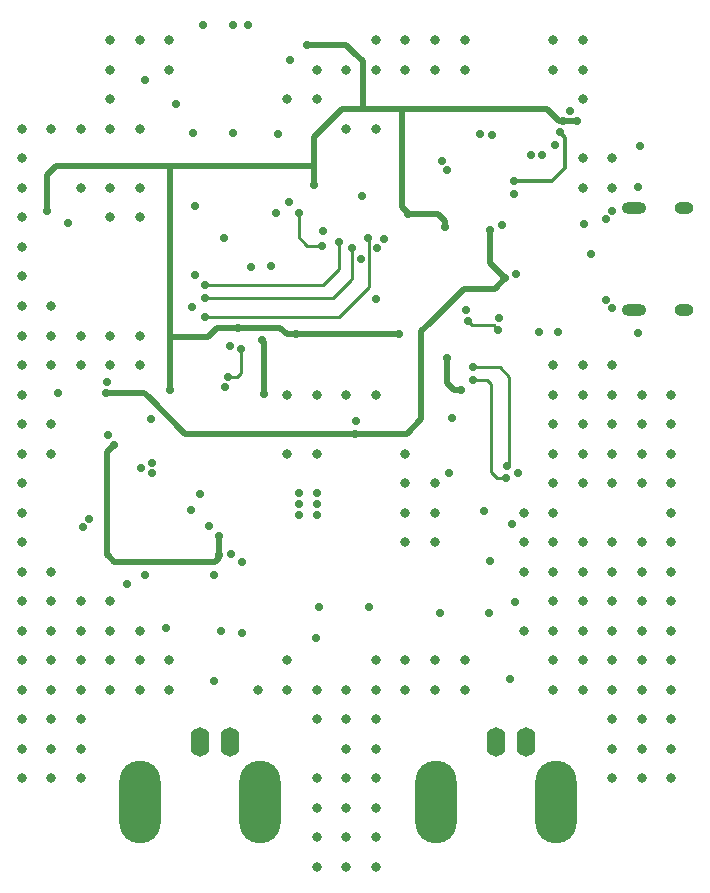
<source format=gbl>
%TF.GenerationSoftware,KiCad,Pcbnew,8.0.4+dfsg-1*%
%TF.CreationDate,2024-08-03T22:50:01-04:00*%
%TF.ProjectId,Mixed-Signal_Demo_PCB,4d697865-642d-4536-9967-6e616c5f4465,rev?*%
%TF.SameCoordinates,Original*%
%TF.FileFunction,Copper,L4,Bot*%
%TF.FilePolarity,Positive*%
%FSLAX46Y46*%
G04 Gerber Fmt 4.6, Leading zero omitted, Abs format (unit mm)*
G04 Created by KiCad (PCBNEW 8.0.4+dfsg-1) date 2024-08-03 22:50:01*
%MOMM*%
%LPD*%
G01*
G04 APERTURE LIST*
%TA.AperFunction,ComponentPad*%
%ADD10O,2.100000X1.000000*%
%TD*%
%TA.AperFunction,ComponentPad*%
%ADD11O,1.600000X1.000000*%
%TD*%
%TA.AperFunction,ComponentPad*%
%ADD12O,1.600000X2.500000*%
%TD*%
%TA.AperFunction,ComponentPad*%
%ADD13O,3.500000X7.000000*%
%TD*%
%TA.AperFunction,ViaPad*%
%ADD14C,0.700000*%
%TD*%
%TA.AperFunction,ViaPad*%
%ADD15C,0.800000*%
%TD*%
%TA.AperFunction,Conductor*%
%ADD16C,0.500000*%
%TD*%
%TA.AperFunction,Conductor*%
%ADD17C,0.300000*%
%TD*%
%TA.AperFunction,Conductor*%
%ADD18C,0.293370*%
%TD*%
G04 APERTURE END LIST*
D10*
%TO.P,J301,S1,SHIELD*%
%TO.N,unconnected-(J301-SHIELD-PadS1)*%
X140369466Y-84874466D03*
D11*
%TO.N,unconnected-(J301-SHIELD-PadS1)_1*%
X144549466Y-84874466D03*
D10*
%TO.N,unconnected-(J301-SHIELD-PadS1)_3*%
X140369466Y-76234466D03*
D11*
%TO.N,unconnected-(J301-SHIELD-PadS1)_2*%
X144549466Y-76234466D03*
%TD*%
D12*
%TO.P,J401,1,In*%
%TO.N,/ADC/IN*%
X103639466Y-121384466D03*
D13*
%TO.P,J401,2,Ext*%
%TO.N,GND*%
X108719466Y-126464466D03*
D12*
X106179466Y-121384466D03*
D13*
X98559466Y-126464466D03*
%TD*%
D12*
%TO.P,J501,1,In*%
%TO.N,/DAC/IN*%
X128639466Y-121384466D03*
D13*
%TO.P,J501,2,Ext*%
%TO.N,GND*%
X133719466Y-126464466D03*
D12*
X131179466Y-121384466D03*
D13*
X123559466Y-126464466D03*
%TD*%
D14*
%TO.N,+3.3VA*%
X105200000Y-103950000D03*
X105200000Y-105550000D03*
X108850000Y-87403315D03*
X96350000Y-96250000D03*
X109000000Y-91950000D03*
D15*
%TO.N,GND*%
X98500000Y-117000000D03*
D14*
X113500000Y-102200000D03*
D15*
X138500000Y-104500000D03*
X143500000Y-94500000D03*
D14*
X113700000Y-110000000D03*
X106150000Y-87850000D03*
X128350000Y-70000000D03*
D15*
X141000000Y-92000000D03*
D14*
X140725000Y-74450000D03*
D15*
X136000000Y-97000000D03*
X143500000Y-102000000D03*
X91000000Y-84500000D03*
X101000000Y-117000000D03*
X136000000Y-114500000D03*
X141000000Y-99500000D03*
D14*
X107950000Y-81160000D03*
D15*
X136000000Y-109500000D03*
D14*
X103160000Y-76050000D03*
D15*
X138500000Y-122000000D03*
X88500000Y-107000000D03*
X116000000Y-69500000D03*
X136000000Y-67000000D03*
X131000000Y-112000000D03*
X113500000Y-117000000D03*
X136000000Y-64500000D03*
D14*
X99470000Y-94090000D03*
D15*
X123500000Y-99500000D03*
X118500000Y-129500000D03*
X88500000Y-99500000D03*
D14*
X128100000Y-110520000D03*
D15*
X123500000Y-104500000D03*
D14*
X111200000Y-63680000D03*
D15*
X133500000Y-104500000D03*
X141000000Y-94500000D03*
D14*
X105750000Y-91400000D03*
D15*
X116000000Y-92000000D03*
X91000000Y-87000000D03*
X101000000Y-64500000D03*
X88500000Y-82000000D03*
X96000000Y-114500000D03*
X121000000Y-117000000D03*
D14*
X106394466Y-69895533D03*
D15*
X133500000Y-89500000D03*
D14*
X104400000Y-103150000D03*
D15*
X141000000Y-107000000D03*
X141000000Y-112000000D03*
X121000000Y-102000000D03*
X91000000Y-69500000D03*
X118500000Y-117000000D03*
D14*
X105420000Y-112020000D03*
D15*
X133500000Y-92000000D03*
X88500000Y-114500000D03*
X143500000Y-122000000D03*
X91000000Y-97000000D03*
X136000000Y-94500000D03*
D14*
X118525000Y-83950000D03*
X94225000Y-102575000D03*
D15*
X141000000Y-117000000D03*
X88500000Y-77000000D03*
X113500000Y-97000000D03*
X121000000Y-62000000D03*
D14*
X95700000Y-90900000D03*
D15*
X113500000Y-64500000D03*
X93500000Y-124500000D03*
D14*
X136125000Y-77525000D03*
D15*
X91000000Y-119500000D03*
X113500000Y-127000000D03*
D14*
X126150000Y-84800000D03*
D15*
X123500000Y-64500000D03*
X138500000Y-112000000D03*
D14*
X137975000Y-77125000D03*
D15*
X96000000Y-67000000D03*
X88500000Y-87000000D03*
X143500000Y-109500000D03*
X138500000Y-117000000D03*
X118500000Y-127000000D03*
D14*
X117329999Y-75200000D03*
X103850000Y-60750000D03*
D15*
X98500000Y-77000000D03*
D14*
X128900000Y-85500000D03*
D15*
X141000000Y-124500000D03*
X96000000Y-89500000D03*
X88500000Y-74500000D03*
D14*
X132550000Y-71750000D03*
D15*
X133500000Y-107000000D03*
X93500000Y-69500000D03*
X116000000Y-64500000D03*
X118500000Y-124500000D03*
X88500000Y-92000000D03*
X143500000Y-104500000D03*
X138500000Y-97000000D03*
X88500000Y-124500000D03*
D14*
X130350000Y-81750000D03*
D15*
X126000000Y-64500000D03*
X123500000Y-102000000D03*
X143500000Y-117000000D03*
D14*
X91550000Y-91850000D03*
X129870000Y-116100000D03*
D15*
X133500000Y-117000000D03*
X88500000Y-109500000D03*
X96000000Y-64500000D03*
D14*
X130150000Y-75000000D03*
D15*
X111000000Y-97000000D03*
D14*
X128180000Y-106050000D03*
X117200000Y-80550000D03*
D15*
X98500000Y-87000000D03*
X118500000Y-62000000D03*
X88500000Y-72000000D03*
D14*
X138000000Y-84000000D03*
D15*
X98500000Y-112000000D03*
X118500000Y-114500000D03*
X116000000Y-122000000D03*
X91000000Y-107000000D03*
X113500000Y-119500000D03*
X141000000Y-122000000D03*
X123500000Y-62000000D03*
X88500000Y-112000000D03*
X93500000Y-87000000D03*
D14*
X110204465Y-69924466D03*
X124930000Y-94020000D03*
D15*
X91000000Y-109500000D03*
X126000000Y-117000000D03*
D14*
X103630000Y-100410000D03*
X133700000Y-70850000D03*
D15*
X91000000Y-112000000D03*
X138500000Y-89500000D03*
X116000000Y-124500000D03*
D14*
X98950000Y-107280000D03*
D15*
X118500000Y-119500000D03*
X136000000Y-99500000D03*
X141000000Y-119500000D03*
X133500000Y-97000000D03*
X133500000Y-114500000D03*
X141000000Y-97000000D03*
X91000000Y-117000000D03*
X93500000Y-74500000D03*
X138500000Y-107000000D03*
D14*
X102850000Y-101750000D03*
D15*
X116000000Y-129500000D03*
X143500000Y-124500000D03*
D14*
X106200000Y-105500000D03*
D15*
X123500000Y-117000000D03*
D14*
X95850000Y-95450000D03*
X124710000Y-98640000D03*
X114025000Y-78175000D03*
D15*
X88500000Y-122000000D03*
D14*
X124500000Y-72950000D03*
X123960000Y-110500000D03*
D15*
X143500000Y-99500000D03*
D14*
X134950000Y-67950000D03*
D15*
X101000000Y-62000000D03*
D14*
X100760534Y-111755534D03*
X138475000Y-76450000D03*
X129150000Y-77650000D03*
D15*
X101000000Y-114500000D03*
X138500000Y-119500000D03*
X88500000Y-84500000D03*
X136000000Y-92000000D03*
X133500000Y-112000000D03*
X136000000Y-117000000D03*
D14*
X136725000Y-80057500D03*
D15*
X123500000Y-114500000D03*
X88500000Y-117000000D03*
X118500000Y-69500000D03*
X88500000Y-104500000D03*
X93500000Y-114500000D03*
D14*
X110000000Y-76600000D03*
D15*
X98500000Y-69500000D03*
X96000000Y-69500000D03*
X96000000Y-62000000D03*
X113500000Y-67000000D03*
X111000000Y-67000000D03*
X88500000Y-102000000D03*
D14*
X117870000Y-109980000D03*
D15*
X88500000Y-94500000D03*
D14*
X113400000Y-112600000D03*
X111100000Y-75700000D03*
X98915534Y-65364465D03*
X140725000Y-86775000D03*
X130250000Y-109550000D03*
X105630000Y-78780000D03*
D15*
X136000000Y-62000000D03*
X143500000Y-114500000D03*
X136000000Y-72000000D03*
D14*
X103200000Y-81900000D03*
D15*
X113500000Y-124500000D03*
D14*
X119150000Y-78800000D03*
X127610000Y-101840000D03*
D15*
X111000000Y-117000000D03*
X88500000Y-97000000D03*
X93500000Y-109500000D03*
D14*
X124100000Y-72200000D03*
D15*
X111000000Y-114500000D03*
X118500000Y-132000000D03*
X96000000Y-109500000D03*
X93500000Y-119500000D03*
X121000000Y-97000000D03*
D14*
X109630000Y-81130000D03*
D15*
X133500000Y-102000000D03*
X133500000Y-62000000D03*
X136000000Y-112000000D03*
D14*
X111950000Y-100300000D03*
X102950000Y-84600000D03*
D15*
X141000000Y-114500000D03*
D14*
X101564466Y-67365535D03*
X107175000Y-106200000D03*
X99500000Y-98610000D03*
D15*
X88500000Y-119500000D03*
D14*
X107685000Y-60745000D03*
D15*
X93500000Y-89500000D03*
X138500000Y-92000000D03*
X113500000Y-132000000D03*
D14*
X111950000Y-102200000D03*
D15*
X116000000Y-117000000D03*
X141000000Y-104500000D03*
X138500000Y-99500000D03*
X96000000Y-112000000D03*
X93500000Y-122000000D03*
X133500000Y-99500000D03*
D14*
X104800000Y-107300000D03*
X106385000Y-60745000D03*
D15*
X121000000Y-104500000D03*
X91000000Y-94500000D03*
X121000000Y-99500000D03*
D14*
X111950000Y-101250000D03*
X104820000Y-116290000D03*
X93700000Y-103250000D03*
D15*
X121000000Y-64500000D03*
X143500000Y-112000000D03*
X131000000Y-104500000D03*
X138500000Y-109500000D03*
D14*
X102974466Y-69894465D03*
D15*
X108500000Y-117000000D03*
X91000000Y-124500000D03*
D14*
X98630000Y-98210000D03*
D15*
X143500000Y-107000000D03*
X133500000Y-64500000D03*
D14*
X127350000Y-69950000D03*
X138475000Y-84650000D03*
D15*
X93500000Y-112000000D03*
X136000000Y-89500000D03*
D14*
X99500000Y-97780000D03*
D15*
X93500000Y-117000000D03*
X98500000Y-89500000D03*
X91000000Y-122000000D03*
X113500000Y-129500000D03*
X96000000Y-77000000D03*
X141000000Y-109500000D03*
X138500000Y-74500000D03*
D14*
X97390534Y-108000534D03*
D15*
X116000000Y-132000000D03*
X133500000Y-94500000D03*
X88500000Y-79500000D03*
X126000000Y-114500000D03*
X126000000Y-62000000D03*
X91000000Y-89500000D03*
D14*
X113500000Y-101250000D03*
D15*
X131000000Y-102000000D03*
X138500000Y-124500000D03*
D14*
X132300000Y-86725000D03*
D15*
X138500000Y-94500000D03*
X113500000Y-92000000D03*
X98500000Y-74500000D03*
X88500000Y-89500000D03*
X91000000Y-114500000D03*
D14*
X131650000Y-71750000D03*
X133950000Y-86725000D03*
D15*
X133500000Y-109500000D03*
X143500000Y-92000000D03*
X143500000Y-119500000D03*
D14*
X140850000Y-70950000D03*
X116850000Y-94250000D03*
D15*
X111000000Y-92000000D03*
X96000000Y-74500000D03*
X118500000Y-122000000D03*
X118500000Y-92000000D03*
X136000000Y-107000000D03*
D14*
X130500000Y-98600000D03*
D15*
X116000000Y-119500000D03*
X98500000Y-114500000D03*
X88500000Y-69500000D03*
D14*
X118600000Y-79550000D03*
X92445534Y-77474466D03*
D15*
X136000000Y-74500000D03*
D14*
X130030000Y-103000000D03*
D15*
X98500000Y-62000000D03*
X121000000Y-114500000D03*
X118500000Y-64500000D03*
X116000000Y-127000000D03*
X143500000Y-97000000D03*
D14*
X113500000Y-100300000D03*
D15*
X138500000Y-72000000D03*
X96000000Y-117000000D03*
D14*
X107150000Y-112150000D03*
D15*
X131000000Y-107000000D03*
X138500000Y-114500000D03*
X96000000Y-87000000D03*
X136000000Y-104500000D03*
D14*
%TO.N,+5V*%
X128150000Y-78100000D03*
X116700000Y-95300000D03*
X129450000Y-82150000D03*
X95650000Y-91850000D03*
%TO.N,+3.3V*%
X112700000Y-62400000D03*
X130150000Y-73950000D03*
X124350000Y-77850000D03*
X111700000Y-86903315D03*
X121250000Y-76700000D03*
X125700000Y-91600000D03*
X124550000Y-88900000D03*
X90650000Y-76500000D03*
X101050000Y-91650000D03*
X135550000Y-68800000D03*
X113250000Y-74250000D03*
X134350000Y-68800000D03*
X106850000Y-86350000D03*
X120450000Y-86900000D03*
X134050000Y-69800000D03*
%TO.N,/MCU/NRST*%
X111950000Y-76600000D03*
X113950000Y-79400000D03*
%TO.N,SPI1_NSS*%
X106000000Y-90500000D03*
X107100000Y-88100000D03*
%TO.N,SPI2_NSS*%
X126250000Y-85750000D03*
X128850000Y-86500000D03*
%TO.N,/MCU/TIM4_CH1*%
X104000000Y-85450000D03*
X117850000Y-78750000D03*
%TO.N,/MCU/TIM4_CH2*%
X116500000Y-79600000D03*
X104000000Y-83800000D03*
%TO.N,/MCU/TIM4_CH3*%
X104000000Y-82750000D03*
X115400000Y-79100000D03*
%TO.N,DAC_NCLR*%
X129550000Y-99050000D03*
X126750000Y-90750000D03*
%TO.N,DAC_NLDAC*%
X129600000Y-98050000D03*
X126750000Y-89700000D03*
%TD*%
D16*
%TO.N,+3.3VA*%
X98050000Y-106150000D02*
X96350000Y-106150000D01*
X95750000Y-97500000D02*
X95750000Y-96850000D01*
X105200000Y-105550000D02*
X105200000Y-103950000D01*
X105200000Y-105550000D02*
X105200000Y-105850000D01*
X109000000Y-91950000D02*
X109000000Y-87553315D01*
X109000000Y-87553315D02*
X108850000Y-87403315D01*
X95900000Y-105700000D02*
X95750000Y-105550000D01*
X95750000Y-96850000D02*
X96350000Y-96250000D01*
X105200000Y-105850000D02*
X104900000Y-106150000D01*
X104900000Y-106150000D02*
X98050000Y-106150000D01*
X96350000Y-106150000D02*
X95900000Y-105700000D01*
X95750000Y-105550000D02*
X95750000Y-97500000D01*
%TO.N,+5V*%
X128550000Y-83050000D02*
X126700000Y-83050000D01*
X126700000Y-83050000D02*
X125950000Y-83050000D01*
X128150000Y-80850000D02*
X129350000Y-82050000D01*
X122350000Y-86650000D02*
X122350000Y-94100000D01*
X122350000Y-94100000D02*
X121150000Y-95300000D01*
X129450000Y-82150000D02*
X128550000Y-83050000D01*
X128150000Y-78100000D02*
X128150000Y-80850000D01*
X99250000Y-92200000D02*
X98900000Y-91850000D01*
X125950000Y-83050000D02*
X123050000Y-85950000D01*
X123050000Y-85950000D02*
X122350000Y-86650000D01*
X115900000Y-95300000D02*
X102350000Y-95300000D01*
X98900000Y-91850000D02*
X95650000Y-91850000D01*
X121150000Y-95300000D02*
X116700000Y-95300000D01*
X102350000Y-95300000D02*
X99250000Y-92200000D01*
X116700000Y-95300000D02*
X115900000Y-95300000D01*
%TO.N,+3.3V*%
X124550000Y-91050000D02*
X125000000Y-91500000D01*
X124100000Y-77050000D02*
X124350000Y-77300000D01*
X121250000Y-76700000D02*
X123300000Y-76700000D01*
X91450000Y-72650000D02*
X90750000Y-73350000D01*
X105050000Y-86350000D02*
X106850000Y-86350000D01*
X133000000Y-67800000D02*
X120700000Y-67800000D01*
X101050000Y-72650000D02*
X91450000Y-72650000D01*
D17*
X134500000Y-72850000D02*
X134500000Y-70250000D01*
D16*
X106850000Y-86350000D02*
X110400000Y-86350000D01*
X116650000Y-63050000D02*
X116000000Y-62400000D01*
X117400000Y-67800000D02*
X115800000Y-67800000D01*
X125100000Y-91600000D02*
X125700000Y-91600000D01*
X124550000Y-88900000D02*
X124550000Y-91050000D01*
X101050000Y-72650000D02*
X101050000Y-87100000D01*
X134350000Y-68800000D02*
X135550000Y-68800000D01*
X123750000Y-76700000D02*
X124100000Y-77050000D01*
D17*
X134500000Y-70250000D02*
X134050000Y-69800000D01*
D16*
X120700000Y-67800000D02*
X117400000Y-67800000D01*
D17*
X134450000Y-72900000D02*
X134500000Y-72850000D01*
D16*
X123300000Y-76700000D02*
X123750000Y-76700000D01*
X125000000Y-91500000D02*
X125100000Y-91600000D01*
X113950000Y-69500000D02*
X113250000Y-70200000D01*
X113250000Y-70200000D02*
X113250000Y-72650000D01*
X101050000Y-87100000D02*
X101050000Y-91650000D01*
X110953315Y-86903315D02*
X111700000Y-86903315D01*
X117400000Y-67800000D02*
X117400000Y-63800000D01*
X115650000Y-67800000D02*
X113950000Y-69500000D01*
X134000000Y-68800000D02*
X133750000Y-68550000D01*
D17*
X133400000Y-73950000D02*
X134450000Y-72900000D01*
D16*
X120700000Y-76150000D02*
X121050000Y-76500000D01*
X120450000Y-86900000D02*
X120446685Y-86903315D01*
X90650000Y-73450000D02*
X90650000Y-76500000D01*
X113250000Y-72650000D02*
X113250000Y-74250000D01*
X121050000Y-76500000D02*
X121250000Y-76700000D01*
X115800000Y-67800000D02*
X115650000Y-67800000D01*
X133750000Y-68550000D02*
X133000000Y-67800000D01*
X104300000Y-87100000D02*
X105050000Y-86350000D01*
X101050000Y-87100000D02*
X104300000Y-87100000D01*
X120700000Y-67800000D02*
X120700000Y-76150000D01*
X90750000Y-73350000D02*
X90650000Y-73450000D01*
X110400000Y-86350000D02*
X110953315Y-86903315D01*
X124350000Y-77300000D02*
X124350000Y-77850000D01*
X117400000Y-63800000D02*
X116650000Y-63050000D01*
X111700000Y-86903315D02*
X120446685Y-86903315D01*
X134350000Y-68800000D02*
X134000000Y-68800000D01*
X113250000Y-72650000D02*
X101050000Y-72650000D01*
X116000000Y-62400000D02*
X112700000Y-62400000D01*
D17*
X130150000Y-73950000D02*
X133400000Y-73950000D01*
D18*
%TO.N,/MCU/NRST*%
X111950000Y-78700000D02*
X111950000Y-76600000D01*
X112650000Y-79400000D02*
X112500000Y-79250000D01*
X112500000Y-79250000D02*
X111950000Y-78700000D01*
X113950000Y-79400000D02*
X112650000Y-79400000D01*
%TO.N,SPI1_NSS*%
X106000000Y-90500000D02*
X106700000Y-90500000D01*
X106700000Y-90500000D02*
X107050000Y-90150000D01*
X107050000Y-90150000D02*
X107100000Y-90100000D01*
X107100000Y-90100000D02*
X107100000Y-88100000D01*
%TO.N,SPI2_NSS*%
X126950000Y-86150000D02*
X126650000Y-86150000D01*
X128850000Y-86500000D02*
X128500000Y-86150000D01*
X126650000Y-86150000D02*
X126250000Y-85750000D01*
X128500000Y-86150000D02*
X126950000Y-86150000D01*
%TO.N,/MCU/TIM4_CH1*%
X117896685Y-78796685D02*
X117850000Y-78750000D01*
X117896685Y-82903315D02*
X117896685Y-78796685D01*
X115350000Y-85450000D02*
X117896685Y-82903315D01*
X104000000Y-85450000D02*
X115350000Y-85450000D01*
%TO.N,/MCU/TIM4_CH2*%
X116500000Y-82150000D02*
X116500000Y-79600000D01*
X116300000Y-82350000D02*
X116500000Y-82150000D01*
X104000000Y-83800000D02*
X114850000Y-83800000D01*
X114850000Y-83800000D02*
X116300000Y-82350000D01*
%TO.N,/MCU/TIM4_CH3*%
X115400000Y-81350000D02*
X115400000Y-79150000D01*
X115400000Y-79150000D02*
X115400000Y-79100000D01*
X114000000Y-82750000D02*
X115400000Y-81350000D01*
X104000000Y-82750000D02*
X114000000Y-82750000D01*
%TO.N,DAC_NCLR*%
X126750000Y-90750000D02*
X127900000Y-90750000D01*
X128250000Y-91100000D02*
X128250000Y-98550000D01*
X128250000Y-98550000D02*
X128750000Y-99050000D01*
X128750000Y-99050000D02*
X129550000Y-99050000D01*
X127900000Y-90750000D02*
X128250000Y-91100000D01*
%TO.N,DAC_NLDAC*%
X126750000Y-89700000D02*
X129000000Y-89700000D01*
X129000000Y-89700000D02*
X129800000Y-90500000D01*
X129800000Y-97850000D02*
X129600000Y-98050000D01*
X129800000Y-90500000D02*
X129800000Y-97850000D01*
%TD*%
M02*

</source>
